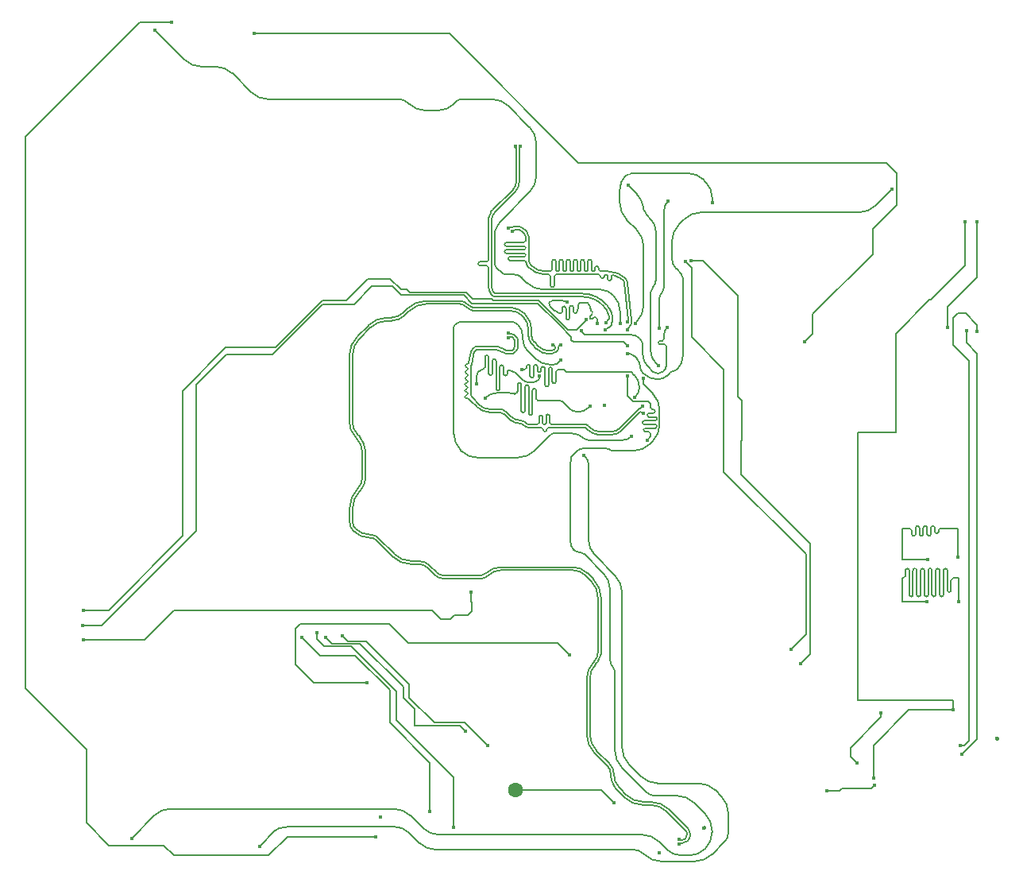
<source format=gbr>
G04*
G04 #@! TF.GenerationSoftware,Altium Limited,Altium Designer,24.2.2 (26)*
G04*
G04 Layer_Physical_Order=3*
G04 Layer_Color=16440176*
%FSLAX25Y25*%
%MOIN*%
G70*
G04*
G04 #@! TF.SameCoordinates,383E0004-DF84-4F77-A050-2B2E5B934949*
G04*
G04*
G04 #@! TF.FilePolarity,Positive*
G04*
G01*
G75*
%ADD15C,0.00500*%
%ADD16C,0.00600*%
%ADD175C,0.06299*%
%ADD184C,0.00500*%
%ADD185C,0.01500*%
%ADD190C,0.00550*%
%ADD210C,0.01600*%
%ADD212C,0.00550*%
D15*
X199378Y-180097D02*
G03*
X198628Y-179348I-750J0D01*
G01*
X199378Y-180269D02*
G03*
X200878Y-180269I750J0D01*
G01*
X201628Y-179348D02*
G03*
X200878Y-180097I0J-750D01*
G01*
X196843Y-178048D02*
G03*
X197593Y-177297I0J750D01*
G01*
X199093Y-174927D02*
G03*
X197593Y-174927I-750J0D01*
G01*
X199093Y-177315D02*
G03*
X200593Y-177315I750J0D01*
G01*
X202093Y-174562D02*
G03*
X200593Y-174562I-750J0D01*
G01*
X202093Y-177297D02*
G03*
X202843Y-178048I750J0D01*
G01*
X191750Y-177090D02*
G03*
X191743Y-177083I-1699J-1705D01*
G01*
X192106Y-177446D02*
G03*
X192112Y-177452I1445J1436D01*
G01*
X192632Y-177829D02*
G03*
X192917Y-177946I919J1818D01*
G01*
X191743Y-177083D02*
G03*
X190051Y-176388I-1693J-1711D01*
G01*
X185430Y-176143D02*
G03*
X190051Y-177688I4620J6136D01*
G01*
X192053Y-178992D02*
G03*
X192502Y-179178I1498J2982D01*
G01*
X193548Y-179348D02*
G03*
X193551Y-179348I3J501D01*
G01*
X191188Y-178366D02*
G03*
X191195Y-178374I2363J2356D01*
G01*
X190830Y-178009D02*
G03*
X190051Y-177688I-780J-786D01*
G01*
X182908Y-173727D02*
G03*
X180865Y-172897I-2043J-2099D01*
G01*
X185539Y-174519D02*
G03*
X190051Y-176388I4512J4512D01*
G01*
X240393Y-172857D02*
G03*
X240260Y-172802I-132J-132D01*
G01*
D02*
G03*
X240128Y-172857I0J-187D01*
G01*
X186962Y-146474D02*
G03*
X187549Y-145069I-1409J1414D01*
G01*
X240393Y-172857D02*
G03*
X240755Y-173007I362J362D01*
G01*
X241506Y-173217D02*
G03*
X240998Y-173007I-508J-508D01*
G01*
X185626Y-141446D02*
G03*
X185143Y-141646I0J-683D01*
G01*
X184660Y-141846D02*
G03*
X185143Y-141646I0J683D01*
G01*
X186961Y-146475D02*
G03*
X186962Y-146474I-1408J1414D01*
G01*
X186243Y-147193D02*
G03*
X186241Y-147195I914J-925D01*
G01*
X227947Y-182402D02*
G03*
X232447Y-180538I0J6364D01*
G01*
X217912Y-180179D02*
G03*
X222193Y-182322I5389J5419D01*
G01*
X217906Y-180173D02*
G03*
X217478Y-179812I-2219J-2196D01*
G01*
X223294Y-182402D02*
G03*
X223300Y-182402I7J1445D01*
G01*
X222743Y-182402D02*
X222742Y-182402D01*
X216297Y-179351D02*
G03*
X215935Y-179348I-329J-13837D01*
G01*
X216462Y-179356D02*
G03*
X216429Y-179355I-494J-13832D01*
G01*
X182475Y-146297D02*
G03*
X180307Y-145399I-2168J-2168D01*
G01*
X183952Y-147116D02*
G03*
X184643Y-147195I691J2987D01*
G01*
X182475Y-146297D02*
G03*
X183952Y-147116I2168J2168D01*
G01*
X171477Y-145399D02*
G03*
X170932Y-145473I0J-2047D01*
G01*
D02*
G03*
X170359Y-145809I349J-1252D01*
G01*
X169789Y-146379D02*
G03*
X169782Y-146385I2415J-2429D01*
G01*
D02*
G03*
X169176Y-147207I2422J-2422D01*
G01*
X169782Y-146385D02*
G03*
X168779Y-148807I2422J-2422D01*
G01*
X167421Y-152822D02*
G03*
X168057Y-152304I0J650D01*
G01*
X167207Y-158022D02*
G03*
X167207Y-156722I0J650D01*
G01*
Y-155422D02*
G03*
X167207Y-154122I0J650D01*
G01*
Y-163222D02*
G03*
X167207Y-161922I0J650D01*
G01*
Y-160622D02*
G03*
X167207Y-159322I0J650D01*
G01*
X167207Y-165822D02*
G03*
X167207Y-164522I0J650D01*
G01*
X171741Y-170833D02*
G03*
X176722Y-172897I4982J4982D01*
G01*
X168488Y-167580D02*
G03*
X167383Y-167122I-1105J-1105D01*
G01*
X167206Y-155422D02*
G03*
X167206Y-156722I0J-650D01*
G01*
Y-152822D02*
G03*
X167206Y-154122I0J-650D01*
G01*
X167092Y-158022D02*
G03*
X167092Y-159322I0J-650D01*
G01*
X166992Y-163222D02*
G03*
X166992Y-164522I0J-650D01*
G01*
Y-160622D02*
G03*
X166992Y-161922I0J-650D01*
G01*
Y-165822D02*
G03*
X166992Y-167122I0J-650D01*
G01*
X241173Y-170400D02*
G03*
X240665Y-170611I0J-719D01*
G01*
X239893Y-171318D02*
G03*
X240003Y-171272I0J156D01*
G01*
X239893Y-171318D02*
G03*
X239783Y-171364I0J-156D01*
G01*
X188849Y-142698D02*
G03*
X188474Y-141792I-1281J0D01*
G01*
X187884Y-147391D02*
G03*
X188849Y-145060I-2330J2330D01*
G01*
X187204Y-140523D02*
G03*
X186295Y-140146I-910J-910D01*
G01*
X186246Y-148495D02*
G03*
X187156Y-148118I0J1288D01*
G01*
X216480Y-178048D02*
X216481Y-178048D01*
X227947Y-181102D02*
G03*
X231532Y-179615I0J5064D01*
G01*
X218819Y-179248D02*
G03*
X218233Y-178753I-3132J-3121D01*
G01*
X218819Y-179248D02*
G03*
X223281Y-181102I4481J4488D01*
G01*
X185143Y-139946D02*
G03*
X184660Y-139746I-483J-483D01*
G01*
X185143Y-139946D02*
G03*
X185626Y-140146I483J483D01*
G01*
X171477Y-146699D02*
G03*
X171281Y-146725I0J-747D01*
G01*
X184039Y-148494D02*
G03*
X184104Y-148495I65J3065D01*
G01*
X184036Y-148494D02*
G03*
X184039Y-148494I68J3065D01*
G01*
X181936Y-147597D02*
G03*
X179768Y-146699I-2168J-2168D01*
G01*
X170706Y-147300D02*
G03*
X170303Y-147859I1498J-1507D01*
G01*
X181936Y-147597D02*
G03*
X184036Y-148494I2168J2168D01*
G01*
X183855Y-172835D02*
G03*
X180865Y-171597I-2991J-2991D01*
G01*
X172657Y-169911D02*
G03*
X176727Y-171597I4070J4070D01*
G01*
X169157Y-165763D02*
G03*
X169614Y-166868I1562J0D01*
G01*
X169160Y-128672D02*
G03*
X169608Y-128913I1057J1429D01*
G01*
X164438Y-126229D02*
G03*
X164437Y-126229I-5J-1300D01*
G01*
X164649Y-126247D02*
G03*
X164438Y-126229I-216J-1282D01*
G01*
X166782Y-126900D02*
G03*
X166535Y-126757I-771J-1047D01*
G01*
D02*
G03*
X165091Y-126323I-2530J-5798D01*
G01*
X185654Y-128987D02*
G03*
X185655Y-128987I58J497D01*
G01*
X191658Y-131677D02*
G03*
X186176Y-129047I-6543J-6612D01*
G01*
X194496Y-138459D02*
G03*
X191715Y-131733I-9523J0D01*
G01*
X191699Y-131716D02*
G03*
X191666Y-131684I-3299J-3280D01*
G01*
X168378Y-129710D02*
G03*
X169764Y-130287I1838J2467D01*
G01*
X190774Y-132630D02*
G03*
X185115Y-130287I-5659J-5659D01*
G01*
X119456Y-219212D02*
G03*
X120484Y-221691I3502J0D01*
G01*
D02*
G03*
X126753Y-224296I6283J6273D01*
G01*
X130140Y-225647D02*
G03*
X126882Y-224296I-3263J-3263D01*
G01*
X122311Y-206035D02*
G03*
X119456Y-212901I6829J-6865D01*
G01*
X122687Y-205659D02*
G03*
X122685Y-205661I395J-307D01*
G01*
X123010Y-205243D02*
G03*
X124777Y-200975I-6831J5327D01*
G01*
X124793Y-189254D02*
G03*
X122244Y-183100I-11251J-1054D01*
G01*
X121913Y-182699D02*
G03*
X121915Y-182701I387J316D01*
G01*
X119329Y-177236D02*
G03*
X121369Y-182155I6952J0D01*
G01*
X121536Y-182322D02*
G03*
X121529Y-182315I-7994J-7987D01*
G01*
X122259Y-142056D02*
G03*
X119329Y-149120I7053J-7064D01*
G01*
X133885Y-134565D02*
G03*
X126819Y-137496I0J-9983D01*
G01*
X135603Y-133265D02*
G03*
X140629Y-131180I0J7103D01*
G01*
X166012Y-127947D02*
G03*
X164870Y-127604I-2007J-4608D01*
G01*
X150254Y-127529D02*
G03*
X143212Y-130437I0J-9983D01*
G01*
D02*
G03*
X143204Y-130445I9897J-9940D01*
G01*
X205333Y-147109D02*
G03*
X205711Y-146196I-913J913D01*
G01*
X202718Y-148495D02*
G03*
X204816Y-147626I0J2968D01*
G01*
X193196Y-138478D02*
G03*
X190774Y-132630I-8270J0D01*
G01*
X196477Y-146271D02*
G03*
X201845Y-148495I5368J5368D01*
G01*
X193196Y-140925D02*
G03*
X194657Y-144451I4986J0D01*
G01*
X261080Y-349735D02*
G03*
X260131Y-347443I-3241J0D01*
G01*
X259942Y-352750D02*
G03*
X261080Y-350004I-2746J2746D01*
G01*
X257843Y-353627D02*
G03*
X259929Y-352763I0J2950D01*
G01*
X257247Y-353627D02*
G03*
X256764Y-353827I0J-683D01*
G01*
X252323Y-339636D02*
G03*
X244357Y-336336I-7965J-7965D01*
G01*
X256281Y-354027D02*
G03*
X256764Y-353827I0J683D01*
G01*
X222194Y-277747D02*
G03*
X223555Y-274463I-5848J4346D01*
G01*
X223633Y-250779D02*
G03*
X220333Y-242813I-11265J0D01*
G01*
X234197Y-333407D02*
G03*
X241268Y-336336I7071J7071D01*
G01*
X228927Y-324392D02*
G03*
X227287Y-320433I-5599J0D01*
G01*
X228927Y-324392D02*
G03*
X231575Y-330785I9042J0D01*
G01*
X217976Y-240456D02*
G03*
X211790Y-237894I-6186J-6186D01*
G01*
X221880Y-278170D02*
G03*
X221879Y-278172I400J-299D01*
G01*
X221881Y-278170D02*
G03*
X221880Y-278170I400J-300D01*
G01*
X218907Y-307911D02*
G03*
X221836Y-314982I10000J0D01*
G01*
X221503Y-278548D02*
G03*
X218907Y-284794I6213J-6246D01*
G01*
X135603Y-134565D02*
G03*
X141545Y-132104I0J8403D01*
G01*
X136909Y-232417D02*
G03*
X143981Y-235346I7071J7071D01*
G01*
X151704Y-237248D02*
G03*
X147111Y-235346I-4592J-4592D01*
G01*
X154591Y-240136D02*
G03*
X157717Y-241430I3126J3126D01*
G01*
X173044D02*
G03*
X175263Y-240511I0J3138D01*
G01*
X181577Y-237894D02*
G03*
X175266Y-240508I0J-8925D01*
G01*
X202711Y-147195D02*
G03*
X203901Y-146702I0J1683D01*
G01*
X194496Y-140918D02*
G03*
X195580Y-143536I3702J0D01*
G01*
X197392Y-145348D02*
G03*
X201852Y-147195I4459J4459D01*
G01*
X259780Y-349735D02*
G03*
X259218Y-348370I-1941J0D01*
G01*
X251408Y-340559D02*
G03*
X244356Y-337636I-7050J-7042D01*
G01*
X259018Y-351835D02*
G03*
X259780Y-349999I-1823J1832D01*
G01*
X257843Y-352327D02*
G03*
X259014Y-351840I0J1650D01*
G01*
X256990Y-352277D02*
G03*
X257247Y-352327I258J632D01*
G01*
X227627Y-324392D02*
G03*
X229003Y-329547I10341J0D01*
G01*
X227627Y-324392D02*
G03*
X226364Y-321348I-4299J0D01*
G01*
X233281Y-334330D02*
G03*
X241263Y-337636I7982J7982D01*
G01*
X229131Y-329769D02*
G03*
X230266Y-331315I5617J2935D01*
G01*
X222333Y-250779D02*
G03*
X219420Y-243739I-9965J0D01*
G01*
X220579Y-277634D02*
G03*
X222333Y-273400I-4233J4233D01*
G01*
X217063Y-241382D02*
G03*
X211790Y-239194I-5274J-5260D01*
G01*
X217607Y-307915D02*
G03*
X220913Y-315898I11289J0D01*
G01*
X220568Y-277645D02*
G03*
X217607Y-284794I7149J-7149D01*
G01*
X150254Y-126229D02*
G03*
X142276Y-129534I0J-11283D01*
G01*
X133885Y-133265D02*
G03*
X125907Y-136569I0J-11283D01*
G01*
X121334Y-141142D02*
G03*
X118029Y-149120I7978J-7978D01*
G01*
Y-177236D02*
G03*
X120446Y-183071I8252J0D01*
G01*
X123542Y-190308D02*
G03*
X120613Y-183238I-10000J0D01*
G01*
X121385Y-205122D02*
G03*
X123542Y-199916I-5206J5206D01*
G01*
X121373Y-205134D02*
G03*
X118156Y-212901I7767J-7767D01*
G01*
Y-219212D02*
G03*
X119563Y-222608I4802J0D01*
G01*
X119570Y-222615D02*
G03*
X126767Y-225596I7197J7197D01*
G01*
X129228Y-226574D02*
G03*
X126867Y-225596I-2362J-2362D01*
G01*
X135994Y-233339D02*
G03*
X143976Y-236646I7982J7982D01*
G01*
X150795Y-238178D02*
G03*
X147096Y-236646I-3699J-3699D01*
G01*
X153678Y-241061D02*
G03*
X157709Y-242730I4031J4031D01*
G01*
X173048D02*
G03*
X176179Y-241434I0J4427D01*
G01*
X181582Y-239194D02*
G03*
X176182Y-241430I0J-7637D01*
G01*
X231868Y-116774D02*
G03*
X231618Y-116606I-5079J-7271D01*
G01*
X228776Y-115409D02*
G03*
X227939Y-116154I-87J-745D01*
G01*
X226439Y-116961D02*
G03*
X227939Y-116961I750J0D01*
G01*
X226439Y-115926D02*
G03*
X224939Y-115926I-750J0D01*
G01*
X223439Y-116014D02*
G03*
X224939Y-116014I750J0D01*
G01*
X223439Y-115926D02*
G03*
X222689Y-115176I-750J0D01*
G01*
X204689D02*
G03*
X203939Y-115926I0J-750D01*
G01*
X202439Y-119746D02*
G03*
X203939Y-119746I750J0D01*
G01*
X202439Y-115926D02*
G03*
X201689Y-115176I-750J0D01*
G01*
X199564Y-115134D02*
G03*
X199814Y-115153I945J10414D01*
G01*
X192850Y-111822D02*
G03*
X193074Y-112072I3010J2471D01*
G01*
X192111Y-109757D02*
G03*
X191405Y-109260I-706J-253D01*
G01*
X185468Y-107760D02*
G03*
X185468Y-109260I0J-750D01*
G01*
X191216Y-107760D02*
G03*
X191216Y-106260I0J750D01*
G01*
X183906Y-104760D02*
G03*
X183906Y-106260I0J-750D01*
G01*
X191216Y-104760D02*
G03*
X191216Y-103260I0J750D01*
G01*
X183906Y-101760D02*
G03*
X183906Y-103260I0J-750D01*
G01*
X191216Y-101760D02*
G03*
X191965Y-101010I0J750D01*
G01*
Y-99260D02*
G03*
X191452Y-98021I-1752J0D01*
G01*
X232985Y-117700D02*
G03*
X231868Y-116774I-6196J-6346D01*
G01*
X233512Y-118736D02*
G03*
X233065Y-117778I-1557J-143D01*
G01*
X193074Y-112072D02*
G03*
X193106Y-112105I2786J2721D01*
G01*
X193115Y-112114D02*
G03*
X193209Y-112206I7394J7394D01*
G01*
X193209Y-112206D02*
G03*
X199564Y-115134I7300J7487D01*
G01*
X175620Y-109871D02*
G03*
X176370Y-109122I0J750D01*
G01*
X172871Y-109871D02*
G03*
X172871Y-111372I0J-750D01*
G01*
X176370Y-112121D02*
G03*
X175620Y-111372I-750J0D01*
G01*
X176370Y-92511D02*
G03*
X176370Y-92522I6313J-11D01*
G01*
X176370Y-91984D02*
G03*
X176370Y-91983I-493J85D01*
G01*
X177532Y-88873D02*
G03*
X176461Y-91456I5151J-3650D01*
G01*
X176392Y-120555D02*
G03*
X177367Y-123284I5706J499D01*
G01*
X178048Y-124106D02*
G03*
X178055Y-124113I4050J4050D01*
G01*
X177367Y-123284D02*
G03*
X178048Y-124106I4731J3228D01*
G01*
X176776Y-122174D02*
G03*
X177367Y-123284I5321J2118D01*
G01*
X178961Y-124488D02*
G03*
X178963Y-124488I7J1300D01*
G01*
X178055Y-124113D02*
G03*
X178961Y-124488I913J925D01*
G01*
X224789Y-128543D02*
G03*
X224788Y-128542I-382J-322D01*
G01*
X224788Y-128542D02*
G03*
X215910Y-124488I-8894J-7731D01*
G01*
X176370Y-120050D02*
G03*
X176370Y-120062I5727J-6D01*
G01*
X177838Y-88440D02*
G03*
X177838Y-88439I-408J289D01*
G01*
X179138Y-88977D02*
G03*
X177670Y-92522I3545J-3545D01*
G01*
Y-120056D02*
G03*
X178969Y-123188I4427J-0D01*
G01*
X187833Y-61848D02*
G03*
X187622Y-61340I-719J0D01*
G01*
X227196Y-133386D02*
G03*
X227206Y-133284I-490J101D01*
G01*
X227206Y-133256D02*
G03*
X225905Y-129878I-7175J-825D01*
G01*
X187833Y-61901D02*
G03*
X188022Y-62358I647J0D01*
G01*
X186655Y-79622D02*
G03*
X188022Y-76322I-3300J3300D01*
G01*
X226920Y-129064D02*
G03*
X226871Y-129001I-1049J-768D01*
G01*
X228488Y-133027D02*
G03*
X226920Y-129064I-8457J-1053D01*
G01*
X187583Y-80533D02*
G03*
X189322Y-76333I-4200J4200D01*
G01*
X225905Y-127848D02*
G03*
X215894Y-123188I-10011J-8425D01*
G01*
X189322Y-62358D02*
G03*
X189512Y-61901I-458J458D01*
G01*
X189722Y-61340D02*
G03*
X189512Y-61848I508J-508D01*
G01*
X188119Y-96224D02*
G03*
X187002Y-96688I0J-1581D01*
G01*
X186241Y-97151D02*
G03*
X186749Y-96940I0J719D01*
G01*
X185048Y-95545D02*
G03*
X184756Y-95666I0J-413D01*
G01*
X222588Y-113126D02*
G03*
X223338Y-113876I750J0D01*
G01*
X222588Y-112483D02*
G03*
X221088Y-112483I-750J0D01*
G01*
X219588Y-113126D02*
G03*
X221088Y-113126I750J0D01*
G01*
X219588Y-109621D02*
G03*
X218088Y-109621I-750J0D01*
G01*
X216588Y-113126D02*
G03*
X218088Y-113126I750J0D01*
G01*
X216588Y-109667D02*
G03*
X215088Y-109667I-750J0D01*
G01*
X213588Y-113126D02*
G03*
X215088Y-113126I750J0D01*
G01*
X213588Y-109621D02*
G03*
X212088Y-109621I-750J0D01*
G01*
X210588Y-113126D02*
G03*
X212088Y-113126I750J0D01*
G01*
X210588Y-109621D02*
G03*
X209088Y-109621I-750J0D01*
G01*
X207588Y-113126D02*
G03*
X209088Y-113126I750J0D01*
G01*
X207588Y-109621D02*
G03*
X206088Y-109621I-750J0D01*
G01*
X204588Y-113126D02*
G03*
X206088Y-113126I750J0D01*
G01*
X204588Y-109621D02*
G03*
X203088Y-109621I-750J0D01*
G01*
X202338Y-113876D02*
G03*
X203088Y-113126I0J750D01*
G01*
X234805Y-118605D02*
G03*
X233983Y-116858I-2850J-275D01*
G01*
X233971Y-116846D02*
G03*
X226801Y-113876I-7170J-7170D01*
G01*
X194031Y-111191D02*
G03*
X200514Y-113876I6483J6483D01*
G01*
X185867Y-95545D02*
G03*
X186616Y-95235I0J1059D01*
G01*
X187365Y-94924D02*
G03*
X186616Y-95235I0J-1059D01*
G01*
X191617Y-96346D02*
G03*
X188184Y-94924I-3433J-3433D01*
G01*
X193265Y-99253D02*
G03*
X192376Y-97106I-3037J0D01*
G01*
X194030Y-111190D02*
G03*
X194031Y-111191I1850J1847D01*
G01*
X193265Y-109343D02*
G03*
X194030Y-111190I2614J0D01*
G01*
X190706Y-97274D02*
G03*
X188172Y-96224I-2533J-2533D01*
G01*
X197030Y-179348D02*
X198628D01*
X199378Y-180269D02*
Y-180097D01*
X200878Y-180269D02*
Y-180097D01*
X201628Y-179348D02*
X207878D01*
X195757Y-178048D02*
X196843D01*
X197593Y-177297D02*
Y-174927D01*
X199093Y-177315D02*
Y-174927D01*
X200593Y-177315D02*
Y-174562D01*
X202093Y-177297D02*
Y-174562D01*
X202843Y-178048D02*
X204593D01*
X191750Y-177090D02*
X192106Y-177446D01*
X192112Y-177452D02*
X192343Y-177683D01*
X195757Y-178048D02*
X196300D01*
X192917Y-177946D02*
X193222Y-178048D01*
X192343Y-177683D02*
X192632Y-177829D01*
X193222Y-178048D02*
X195757D01*
X193013Y-179348D02*
X193548D01*
X192502Y-179178D02*
X193013Y-179348D01*
X191195Y-178374D02*
X191572Y-178751D01*
X182908Y-173727D02*
X182921Y-173740D01*
X185000Y-175819D02*
X185430Y-176143D01*
X182968Y-173787D02*
X185000Y-175819D01*
X182921Y-173740D02*
X182968Y-173787D01*
X190830Y-178009D02*
X191188Y-178366D01*
X191572Y-178751D02*
X192053Y-178992D01*
X193551Y-179348D02*
X197030D01*
X197829D01*
X183855Y-172835D02*
X185539Y-174519D01*
X187549Y-145069D02*
Y-145069D01*
X240755Y-173007D02*
X240998D01*
X185626Y-141446D02*
X186289D01*
X187549Y-142706D01*
X184646Y-141846D02*
X184660D01*
X187549Y-145069D02*
Y-142706D01*
X186961Y-146475D02*
X186962Y-146474D01*
X186243Y-147193D02*
X186961Y-146475D01*
X184643Y-147195D02*
X186241D01*
X232447Y-180538D02*
X240128Y-172857D01*
X217906Y-180173D02*
X217912Y-180179D01*
X216919Y-179416D02*
X217478Y-179812D01*
X216919Y-179416D02*
X216919Y-179416D01*
X223300Y-182402D02*
X227947D01*
X222867Y-182402D02*
X223294Y-182402D01*
X222193Y-182322D02*
X222742Y-182402D01*
X222743D02*
X222867Y-182402D01*
X207878Y-179348D02*
X215935D01*
X216297Y-179351D02*
X216429Y-179355D01*
X216462Y-179356D02*
X216919Y-179416D01*
X216462Y-179356D02*
X216462D01*
X171477Y-145399D02*
X180307D01*
X169790Y-146378D02*
X170359Y-145809D01*
X169789Y-146379D02*
X169790Y-146378D01*
X168057Y-152304D02*
X168779Y-148807D01*
X167206Y-152822D02*
X167421D01*
X167206Y-154122D02*
X167207D01*
X166992Y-163222D02*
X167207D01*
X166992Y-161922D02*
X167207D01*
X176722Y-172897D02*
X180865D01*
X166992Y-167122D02*
X167383D01*
X168488Y-167580D02*
X171741Y-170833D01*
X167206Y-156722D02*
X167207D01*
X167206Y-155422D02*
X167207D01*
X167092Y-159322D02*
X167207D01*
X167092Y-158022D02*
X167207D01*
X166992Y-160622D02*
X167207D01*
X166992Y-164522D02*
X167207D01*
X166992Y-165822D02*
X167207D01*
X240003Y-171272D02*
X240665Y-170611D01*
X188849Y-145060D02*
Y-142698D01*
X187204Y-140523D02*
X188474Y-141792D01*
X187156Y-148118D02*
X187884Y-147391D01*
X217408Y-178169D02*
X218233Y-178753D01*
X216481Y-178048D02*
X217408Y-178169D01*
X231537Y-179610D02*
X239783Y-171364D01*
X216480Y-178048D02*
X216480D01*
X214564Y-178048D02*
X216480Y-178048D01*
X231532Y-179615D02*
X231537Y-179610D01*
X223281Y-181102D02*
X227947D01*
X204593Y-178048D02*
X214564D01*
X184646Y-139746D02*
X184660D01*
X185626Y-140146D02*
X186295D01*
X171477Y-146699D02*
X179768D01*
X170706Y-147300D02*
X171281Y-146725D01*
X184104Y-148495D02*
X186246D01*
X176727Y-171597D02*
X180865D01*
X169614Y-166868D02*
X172657Y-169911D01*
X170106Y-148792D02*
X170303Y-147859D01*
Y-147859D01*
X170079Y-148940D02*
X170106Y-148792D01*
X170070Y-148984D02*
X170079Y-148940D01*
X169357Y-152993D02*
X170070Y-148984D01*
X169357Y-152993D02*
X169357Y-152993D01*
X169157Y-153194D02*
X169357Y-152993D01*
X169157Y-165763D02*
Y-153194D01*
X169608Y-128913D02*
X169873Y-128987D01*
X166782Y-126900D02*
X169160Y-128672D01*
X159980Y-126229D02*
X162476Y-126229D01*
X164437Y-126229D02*
X164438D01*
X162476Y-126229D02*
X164437Y-126229D01*
X164649Y-126247D02*
X165091Y-126323D01*
X169873Y-128987D02*
X170179D01*
X185654Y-128987D01*
X150254Y-126229D02*
X159980D01*
X185655Y-128987D02*
X186176Y-129047D01*
X191658Y-131677D02*
X191666Y-131684D01*
X191699Y-131716D02*
X191715Y-131733D01*
X169764Y-130287D02*
X185115D01*
X119456Y-219212D02*
Y-212901D01*
X126753Y-224296D02*
X126882Y-224296D01*
X122687Y-205659D02*
X123010Y-205243D01*
X124777Y-200975D02*
X124842Y-200454D01*
X124842Y-200454D02*
X124842Y-199921D01*
X122311Y-206035D02*
X122685Y-205661D01*
X124842Y-199921D02*
Y-189770D01*
X124793Y-189254D02*
X124842Y-189770D01*
X121915Y-182701D02*
X122244Y-183100D01*
X121536Y-182322D02*
X121913Y-182699D01*
X121369Y-182155D02*
X121529Y-182315D01*
X119329Y-177236D02*
Y-149120D01*
X122259Y-142056D02*
X122262Y-142053D01*
X126819Y-137496D01*
X133885Y-134565D02*
X135603D01*
X133885Y-133265D02*
X135603D01*
X140634Y-131175D02*
X142276Y-129534D01*
X140629Y-131180D02*
X140634Y-131175D01*
X164433Y-127529D02*
X164870Y-127604D01*
X150254Y-127529D02*
X164280Y-127529D01*
X166059Y-127982D02*
X168378Y-129710D01*
X166012Y-127947D02*
X166059Y-127982D01*
X164280Y-127529D02*
X164433Y-127529D01*
X143188Y-130461D02*
X143204Y-130445D01*
X141545Y-132104D02*
X143188Y-130461D01*
X204816Y-147626D02*
X205333Y-147109D01*
X193196Y-140925D02*
Y-138478D01*
X201845Y-148495D02*
X202718D01*
X261080Y-350004D02*
Y-349735D01*
X259929Y-352763D02*
X259942Y-352750D01*
X252323Y-339636D02*
X260131Y-347443D01*
X257247Y-353627D02*
X257843D01*
X256266Y-354027D02*
X256281D01*
X223633Y-273939D02*
Y-250779D01*
X221836Y-314982D02*
X227287Y-320433D01*
X231575Y-330785D02*
X234197Y-333407D01*
X241268Y-336336D02*
X244357D01*
X217976Y-240456D02*
X220333Y-242813D01*
X222194Y-277747D02*
X222194Y-277747D01*
X221881Y-278170D02*
X222194Y-277747D01*
X221880Y-278170D02*
X221881Y-278170D01*
X182855Y-237894D02*
X211790D01*
X221503Y-278548D02*
X221879Y-278172D01*
X218907Y-307911D02*
Y-284794D01*
X130140Y-225647D02*
X136909Y-232417D01*
X143981Y-235346D02*
X147111D01*
X151704Y-237248D02*
X154591Y-240136D01*
X157717Y-241430D02*
X173044D01*
X175263Y-240511D02*
X175266Y-240508D01*
X181577Y-237894D02*
X182855D01*
X203901Y-146702D02*
X204411Y-146192D01*
X201852Y-147195D02*
X202711D01*
X194496Y-140918D02*
Y-138459D01*
X195580Y-143536D02*
X197392Y-145348D01*
X259213Y-348365D02*
X259218Y-348370D01*
X244350Y-337636D02*
X244356Y-337636D01*
X251408Y-340559D02*
X251411Y-340563D01*
X259014Y-351840D02*
X259018Y-351835D01*
X257843Y-352327D02*
X257843D01*
X257247D02*
X257843D01*
X229003Y-329547D02*
X229131Y-329769D01*
X226356Y-321341D02*
X226364Y-321348D01*
X241263Y-337636D02*
X244350D01*
X229131Y-329769D02*
X229131Y-329769D01*
X222333Y-273400D02*
Y-250779D01*
X220568Y-277645D02*
X220579Y-277634D01*
X220913Y-315898D02*
X223275Y-318259D01*
X217607Y-307915D02*
Y-284794D01*
X118029Y-177236D02*
Y-149120D01*
X120446Y-183071D02*
X120613Y-183238D01*
X123542Y-199916D02*
Y-190308D01*
X121373Y-205134D02*
X121385Y-205122D01*
X118156Y-219212D02*
Y-212901D01*
X119563Y-222608D02*
X119570Y-222615D01*
X126767Y-225596D02*
X126867D01*
X143976Y-236646D02*
X147096D01*
X157709Y-242730D02*
X173048D01*
X176179Y-241434D02*
X176182Y-241430D01*
X181582Y-239194D02*
X211790D01*
X205711Y-145537D02*
X206653Y-144595D01*
X205711Y-146196D02*
Y-145537D01*
X194657Y-144451D02*
X196477Y-146271D01*
X223555Y-274463D02*
X223633Y-273939D01*
X203469Y-144595D02*
X204411Y-145537D01*
Y-146192D02*
Y-145537D01*
X251411Y-340563D02*
X259213Y-348365D01*
X259780Y-349999D02*
X259780Y-349735D01*
X256266Y-351927D02*
X256990Y-352277D01*
X223275Y-318259D02*
X226356Y-321341D01*
X230266Y-331315D02*
X233281Y-334330D01*
X217063Y-241382D02*
X219420Y-243739D01*
X121334Y-141142D02*
X125907Y-136569D01*
X129228Y-226574D02*
X135994Y-233339D01*
X150795Y-238178D02*
X153678Y-241061D01*
X228834Y-115415D02*
X231618Y-116606D01*
X228834Y-115415D02*
X228834Y-115415D01*
X228776Y-115409D02*
X228834Y-115415D01*
X228776Y-115409D02*
X228776Y-115409D01*
X227939Y-116961D02*
Y-116154D01*
X226439Y-116961D02*
Y-115926D01*
X224939Y-116014D02*
Y-115926D01*
X223439Y-116014D02*
Y-115926D01*
X204689Y-115176D02*
X222689D01*
X203939Y-119746D02*
Y-115926D01*
X202439Y-119746D02*
Y-115926D01*
X200509Y-115176D02*
X201689D01*
X200509Y-115176D02*
X200509Y-115176D01*
X199814Y-115153D02*
X200509Y-115176D01*
X199564Y-115134D02*
Y-115134D01*
X192111Y-109757D02*
X192850Y-111822D01*
X192111Y-109757D02*
X192111Y-109757D01*
X185468Y-109260D02*
X191405D01*
X185468Y-107760D02*
X191216D01*
X183906Y-106260D02*
X191216D01*
X183906Y-104760D02*
X191216D01*
X183906Y-103260D02*
X191216D01*
X183906Y-101760D02*
X191216D01*
X191965Y-101010D02*
Y-99260D01*
X232985Y-117700D02*
X233065Y-117778D01*
X193106Y-112105D02*
X193106D01*
X193115Y-112114D01*
X236333Y-135730D02*
Y-134446D01*
X234805Y-118605D02*
X236333Y-134446D01*
X234659Y-138296D02*
X236333Y-135730D01*
X176370Y-120050D02*
Y-112372D01*
Y-109122D02*
Y-105699D01*
X172871Y-109871D02*
X175620D01*
X172871Y-111372D02*
X175620D01*
X176370Y-112372D02*
Y-112121D01*
Y-105699D02*
Y-105510D01*
Y-92522D02*
X176370Y-105510D01*
X176370Y-105510D02*
X176370Y-105510D01*
X176370Y-91983D02*
X176461Y-91456D01*
X177532Y-88873D02*
X177838Y-88440D01*
X176370Y-92511D02*
Y-91984D01*
X178963Y-124488D02*
X215910D01*
X176370Y-120306D02*
Y-120062D01*
Y-120306D02*
X176392Y-120555D01*
X224789Y-128543D02*
X225216Y-129049D01*
X225856Y-129814D01*
X177838Y-88439D02*
X178217Y-88061D01*
X177670Y-120056D02*
Y-92522D01*
X227206Y-133284D02*
Y-133256D01*
X227195Y-133387D02*
X227196Y-133386D01*
X227101Y-133841D02*
X227195Y-133387D01*
X226849Y-134093D02*
X227101Y-133841D01*
X225603Y-135255D02*
X226849Y-134093D01*
X188022Y-76322D02*
Y-62358D01*
X187833Y-61901D02*
Y-61848D01*
X225856Y-129814D02*
X225905Y-129878D01*
X225905Y-129878D01*
X178217Y-88061D02*
X186655Y-79622D01*
X179138Y-88977D02*
X181362Y-86754D01*
X225399Y-138502D02*
X225755Y-138074D01*
Y-137946D01*
X226048Y-137653D01*
X226918Y-137489D01*
X227973Y-136435D01*
X228506Y-133915D01*
X225905Y-127848D02*
X226871Y-129001D01*
X228506Y-133915D02*
Y-133172D01*
X228488Y-133027D02*
X228506Y-133172D01*
X178969Y-123188D02*
X215894D01*
X181362Y-86754D02*
X187583Y-80533D01*
X189322Y-76333D02*
Y-62358D01*
X189512Y-61901D02*
Y-61848D01*
X186749Y-96940D02*
X187002Y-96688D01*
X185048Y-95545D02*
X185867D01*
X223338Y-113876D02*
X226048D01*
X222588Y-113126D02*
Y-112483D01*
X221088Y-113126D02*
Y-112483D01*
X219588Y-113126D02*
Y-109621D01*
X218088Y-113126D02*
Y-109621D01*
X216588Y-113126D02*
Y-109667D01*
X215088Y-113126D02*
Y-109667D01*
X213588Y-113126D02*
Y-109621D01*
X212088Y-113126D02*
Y-109621D01*
X210588Y-113126D02*
Y-109621D01*
X209088Y-113126D02*
Y-109621D01*
X207588Y-113126D02*
Y-109621D01*
X206088Y-113126D02*
Y-109621D01*
X204588Y-113126D02*
Y-109621D01*
X203088Y-113126D02*
Y-109621D01*
X202088Y-113876D02*
X202338D01*
X226048D02*
X226801D01*
X200514D02*
X202088D01*
X233971Y-116846D02*
X233983Y-116858D01*
X235033Y-134838D02*
Y-134509D01*
X233512Y-118736D02*
X235033Y-134509D01*
X234783Y-135088D02*
X235033Y-134838D01*
X187365Y-94924D02*
X188184D01*
X191617Y-96346D02*
X192376Y-97106D01*
X193265Y-109343D02*
Y-99253D01*
X188119Y-96224D02*
X188172D01*
X190706Y-97274D02*
X191452Y-98021D01*
D16*
X371350Y-242460D02*
G03*
X370550Y-243260I0J-800D01*
G01*
X368950Y-247569D02*
G03*
X370550Y-247569I800J0D01*
G01*
X368950Y-239274D02*
G03*
X367350Y-239274I-800J0D01*
G01*
X365750Y-249472D02*
G03*
X367350Y-249472I800J0D01*
G01*
X365750Y-239274D02*
G03*
X364150Y-239274I-800J0D01*
G01*
X362550Y-249472D02*
G03*
X364150Y-249472I800J0D01*
G01*
X362550Y-239274D02*
G03*
X360950Y-239274I-800J0D01*
G01*
X359350Y-249472D02*
G03*
X360950Y-249472I800J0D01*
G01*
X359350Y-239274D02*
G03*
X357750Y-239274I-800J0D01*
G01*
X356150Y-249472D02*
G03*
X357750Y-249472I800J0D01*
G01*
X356150Y-239274D02*
G03*
X354550Y-239274I-800J0D01*
G01*
X352950Y-249472D02*
G03*
X354550Y-249472I800J0D01*
G01*
X352950Y-239274D02*
G03*
X351350Y-239274I-800J0D01*
G01*
X350550Y-242460D02*
G03*
X351350Y-241659I0J800D01*
G01*
X366078Y-221654D02*
G03*
X365278Y-222453I0J-800D01*
G01*
X363678Y-222924D02*
G03*
X365278Y-222924I800J0D01*
G01*
X363678Y-221453D02*
G03*
X362078Y-221453I-800J0D01*
G01*
X360478Y-223993D02*
G03*
X362078Y-223993I800J0D01*
G01*
X360478Y-221453D02*
G03*
X358878Y-221453I-800J0D01*
G01*
X357278Y-223993D02*
G03*
X358878Y-223993I800J0D01*
G01*
X357278Y-221453D02*
G03*
X355678Y-221453I-800J0D01*
G01*
X354078Y-223993D02*
G03*
X355678Y-223993I800J0D01*
G01*
X354078Y-222453D02*
G03*
X353278Y-221654I-800J0D01*
G01*
X371350Y-242460D02*
X372511D01*
X370550Y-247569D02*
Y-243260D01*
X368950Y-247569D02*
Y-239274D01*
X367350Y-249472D02*
Y-239274D01*
X365750Y-249472D02*
Y-239274D01*
X364150Y-249472D02*
Y-239274D01*
X362550Y-249472D02*
Y-239274D01*
X360950Y-249472D02*
Y-239274D01*
X359350Y-249472D02*
Y-239274D01*
X357750Y-249472D02*
Y-239274D01*
X356150Y-249472D02*
Y-239274D01*
X354550Y-249472D02*
Y-239274D01*
X352950Y-249472D02*
Y-239274D01*
X351350Y-241659D02*
Y-239274D01*
X350250Y-242460D02*
X350550D01*
X350060D02*
X350250D01*
X372511D02*
X373582D01*
Y-252489D02*
Y-242460D01*
X350060Y-252543D02*
Y-242460D01*
Y-252543D02*
X360379D01*
X366078Y-221654D02*
X371872D01*
X365278Y-222924D02*
Y-222453D01*
X363678Y-222924D02*
Y-221453D01*
X362078Y-223993D02*
Y-221453D01*
X360478Y-223993D02*
Y-221453D01*
X358878Y-223993D02*
Y-221453D01*
X357278Y-223993D02*
Y-221453D01*
X355678Y-223993D02*
Y-221453D01*
X354078Y-223993D02*
Y-222453D01*
X351378Y-221654D02*
X353278D01*
X371872D02*
X373312D01*
X349997D02*
X351378D01*
X373312Y-233877D02*
Y-221654D01*
X349997Y-234585D02*
Y-221654D01*
Y-234585D02*
X360710D01*
D175*
X187855Y-331319D02*
D03*
D184*
X222867Y-182402D02*
D03*
X216919Y-179416D02*
D03*
X169357Y-152993D02*
D03*
X124842Y-200454D02*
D03*
X166059Y-127982D02*
D03*
X257843Y-352327D02*
D03*
X229131Y-329769D02*
D03*
D185*
X266752Y-347308D02*
G03*
X266937Y-347232I0J261D01*
G01*
X389833Y-309653D02*
X389852Y-309672D01*
D190*
X196388Y-167371D02*
G03*
X197163Y-168146I775J0D01*
G01*
X196388Y-163847D02*
G03*
X194838Y-163847I-775J0D01*
G01*
X193288Y-173339D02*
G03*
X194838Y-173339I775J0D01*
G01*
X193288Y-162247D02*
G03*
X191738Y-162247I-775J0D01*
G01*
X190188Y-172297D02*
G03*
X191738Y-172297I775J0D01*
G01*
X190188Y-161447D02*
G03*
X188638Y-161447I-775J0D01*
G01*
X187475Y-165234D02*
G03*
X188638Y-163926I-160J1313D01*
G01*
X187475Y-165234D02*
G03*
X187200Y-165159I-2763J-9611D01*
G01*
X187200Y-165159D02*
G03*
X185607Y-164885I-2488J-9685D01*
G01*
X185316Y-155351D02*
G03*
X184245Y-156067I-297J-716D01*
G01*
X182694Y-156827D02*
G03*
X184245Y-156827I775J0D01*
G01*
X182694Y-153966D02*
G03*
X181144Y-153966I-775J0D01*
G01*
X179595Y-163020D02*
G03*
X181144Y-163020I775J0D01*
G01*
X179595Y-151421D02*
G03*
X178044Y-151421I-775J0D01*
G01*
X176495Y-156586D02*
G03*
X178044Y-156586I775J0D01*
G01*
X176495Y-149851D02*
G03*
X174944Y-149851I-775J0D01*
G01*
X174252Y-154834D02*
G03*
X174944Y-154064I-83J771D01*
G01*
X174170Y-154843D02*
G03*
X173895Y-154913I891J-4112D01*
G01*
X202524Y-182303D02*
G03*
X202523Y-182304I1230J-1232D01*
G01*
X203755Y-181794D02*
G03*
X202524Y-182303I0J-1741D01*
G01*
X188725Y-191960D02*
G03*
X195797Y-189031I0J10000D01*
G01*
X165091Y-189254D02*
G03*
X171624Y-191960I6533J6533D01*
G01*
X161865Y-181887D02*
G03*
X164794Y-188958I10000J0D01*
G01*
X176270Y-134953D02*
G03*
X176163Y-134942I-111J-539D01*
G01*
X176270Y-134953D02*
G03*
X176611Y-134987I327J1541D01*
G01*
X162242Y-136273D02*
G03*
X161865Y-137181I908J-908D01*
G01*
X165454Y-134942D02*
G03*
X162242Y-136273I0J-4544D01*
G01*
X179110Y-111120D02*
G03*
X179762Y-112323I2355J499D01*
G01*
X179057Y-110622D02*
G03*
X179110Y-111120I2407J0D01*
G01*
X179025Y-109787D02*
G03*
X179057Y-110622I10178J-23D01*
G01*
X182232Y-114793D02*
G03*
X184127Y-115176I1895J4493D01*
G01*
X192525Y-118592D02*
G03*
X199596Y-121521I7071J7071D01*
G01*
X190516Y-116582D02*
G03*
X187121Y-115176I-3394J-3394D01*
G01*
X228755Y-123866D02*
G03*
X223448Y-121521I-5308J-4833D01*
G01*
X182274Y-92020D02*
G03*
X179025Y-97060I10035J-10035D01*
G01*
X143032Y-43491D02*
G03*
X138458Y-41596I-4574J-4574D01*
G01*
X143163Y-43622D02*
G03*
X149712Y-46335I6549J6549D01*
G01*
X155404D02*
G03*
X161768Y-43699I0J9000D01*
G01*
X164721Y-41596D02*
G03*
X163269Y-42198I0J-2053D01*
G01*
X214549Y-126941D02*
G03*
X213904Y-128498I1557J-1557D01*
G01*
X214561Y-126930D02*
G03*
X214549Y-126941I82J-105D01*
G01*
X214643Y-126902D02*
G03*
X214561Y-126930I0J-134D01*
G01*
X213618Y-130638D02*
G03*
X213893Y-129613I-2738J1284D01*
G01*
X211994Y-130718D02*
G03*
X212769Y-131493I775J0D01*
G01*
X211994Y-129036D02*
G03*
X210444Y-129036I-775J0D01*
G01*
X208894Y-133310D02*
G03*
X210444Y-133310I775J0D01*
G01*
X208894Y-129276D02*
G03*
X207344Y-129276I-775J0D01*
G01*
X206480Y-131438D02*
G03*
X207344Y-130669I90J770D01*
G01*
X205907Y-131326D02*
G03*
X206182Y-131404I1040J3161D01*
G01*
X203021Y-126210D02*
G03*
X202088Y-126596I0J-1319D01*
G01*
X209338Y-126758D02*
G03*
X207857Y-126210I-1481J-1726D01*
G01*
X209465Y-126876D02*
G03*
X209338Y-126758I-1608J-1608D01*
G01*
X202088Y-126596D02*
G03*
X201805Y-127279I682J-682D01*
G01*
X222137Y-134509D02*
G03*
X222083Y-134174I-5546J-726D01*
G01*
X221729Y-133507D02*
G03*
X220496Y-133322I-685J-363D01*
G01*
X219037Y-133686D02*
G03*
X220133Y-133686I548J548D01*
G01*
X219037Y-132590D02*
G03*
X219037Y-133686I548J-548D01*
G01*
X219899Y-131728D02*
G03*
X219899Y-130632I-548J548D01*
G01*
X222184Y-135234D02*
G03*
X222137Y-134509I-5594J0D01*
G01*
X213893Y-129613D02*
G03*
X213904Y-129354I-3013J259D01*
G01*
X204593Y-130518D02*
G03*
X205907Y-131326I2353J2353D01*
G01*
X201805Y-127279D02*
G03*
X202442Y-128816I2174J0D01*
G01*
X203826Y-130201D02*
G03*
X204593Y-130518I767J767D01*
G01*
X250402Y-155035D02*
G03*
X250554Y-154761I-3495J2105D01*
G01*
X250987Y-145258D02*
G03*
X250212Y-144483I-775J0D01*
G01*
X248489Y-142933D02*
G03*
X248489Y-144483I0J-775D01*
G01*
X249364Y-142933D02*
G03*
X250139Y-142158I0J775D01*
G01*
X249792Y-155815D02*
G03*
X250402Y-155035I-2885J2885D01*
G01*
X251257Y-137546D02*
G03*
X250139Y-140246I2700J-2700D01*
G01*
X173895Y-154913D02*
G03*
X172085Y-155980I1166J-4043D01*
G01*
D02*
G03*
X171357Y-157739I1759J-1759D01*
G01*
X197392Y-159329D02*
G03*
X197769Y-158419I-911J911D01*
G01*
X194755Y-160422D02*
G03*
X197392Y-159329I0J3730D01*
G01*
X190843Y-159399D02*
G03*
X193314Y-160422I2471J2471D01*
G01*
X185607Y-164885D02*
G03*
X184712Y-164845I-895J-9960D01*
G01*
X206189Y-168165D02*
G03*
X206052Y-168146I-141J-532D01*
G01*
X244427Y-171050D02*
G03*
X245202Y-171825I775J0D01*
G01*
X245493Y-173375D02*
G03*
X245493Y-171825I0J775D01*
G01*
X243856Y-173375D02*
G03*
X243856Y-174925I0J-775D01*
G01*
X246385Y-176475D02*
G03*
X246385Y-174925I0J775D01*
G01*
X241783Y-176475D02*
G03*
X241783Y-178025I0J-775D01*
G01*
X246229Y-179575D02*
G03*
X246229Y-178025I0J775D01*
G01*
X242260Y-179575D02*
G03*
X242260Y-181125I0J-775D01*
G01*
X244427Y-181900D02*
G03*
X243652Y-181125I-775J0D01*
G01*
X205496Y-155205D02*
G03*
X204721Y-155980I0J-775D01*
G01*
X203171Y-160070D02*
G03*
X204721Y-160070I775J0D01*
G01*
X203171Y-154915D02*
G03*
X201621Y-154915I-775J0D01*
G01*
X200071Y-161407D02*
G03*
X201621Y-161407I775J0D01*
G01*
X200071Y-154606D02*
G03*
X198521Y-154606I-775J0D01*
G01*
X196971Y-155452D02*
G03*
X198521Y-155452I775J0D01*
G01*
X196971Y-153797D02*
G03*
X195421Y-153797I-775J0D01*
G01*
X193871Y-157662D02*
G03*
X195421Y-157662I775J0D01*
G01*
X193871Y-153797D02*
G03*
X192321Y-153797I-775J0D01*
G01*
X191546Y-155205D02*
G03*
X192321Y-154430I0J775D01*
G01*
X232456Y-184699D02*
G03*
X236434Y-183051I0J5624D01*
G01*
X216533Y-183952D02*
G03*
X218335Y-184699I1802J1802D01*
G01*
X216533Y-183952D02*
G03*
X211323Y-181794I-5209J-5209D01*
G01*
X227098Y-188482D02*
G03*
X225419Y-188061I-1680J-3142D01*
G01*
X227742Y-188923D02*
G03*
X228602Y-189104I859J1945D01*
G01*
X227098Y-188482D02*
G03*
X227742Y-188923I1503J1503D01*
G01*
X216389Y-188061D02*
G03*
X213630Y-189204I0J-3902D01*
G01*
X211151Y-191682D02*
G03*
X210827Y-194208I9676J-2525D01*
G01*
X188768Y-136223D02*
G03*
X185675Y-134942I-3093J-3093D01*
G01*
X190774Y-141065D02*
G03*
X188768Y-136223I-6848J0D01*
G01*
X190774Y-142261D02*
G03*
X192940Y-147490I7394J0D01*
G01*
X195611Y-150161D02*
G03*
X202682Y-153090I7071J7071D01*
G01*
X204985Y-152563D02*
X204986Y-152563D01*
X203712Y-153090D02*
G03*
X204985Y-152563I0J1801D01*
G01*
X239730Y-162538D02*
G03*
X237529Y-157225I-7514J0D01*
G01*
X238158Y-166334D02*
G03*
X239730Y-162538I-3796J3796D01*
G01*
X43070Y-339234D02*
G03*
X35999Y-342163I0J-10000D01*
G01*
X143682D02*
G03*
X136610Y-339234I-7071J-7071D01*
G01*
X148730Y-347212D02*
G03*
X155801Y-350141I7071J7071D01*
G01*
X248031Y-353069D02*
G03*
X240960Y-350141I-7071J-7071D01*
G01*
X251284Y-356322D02*
G03*
X257268Y-358801I5984J5984D01*
G01*
X260639D02*
G03*
X267301Y-356042I0J9421D01*
G01*
D02*
G03*
X270230Y-348970I-7071J7071D01*
G01*
Y-348466D02*
G03*
X267301Y-341395I-10000J0D01*
G01*
X262640Y-336733D02*
G03*
X255569Y-333804I-7071J-7071D01*
G01*
X242729Y-332373D02*
G03*
X246184Y-333804I3455J3455D01*
G01*
X263159Y-361283D02*
G03*
X270230Y-358354I0J10000D01*
G01*
X276966Y-340896D02*
G03*
X274093Y-333960I-9809J0D01*
G01*
X271623Y-331489D02*
G03*
X264551Y-328561I-7071J-7071D01*
G01*
X275476Y-353108D02*
G03*
X276966Y-349511I-3598J3598D01*
G01*
X240325Y-325632D02*
G03*
X247396Y-328561I7071J7071D01*
G01*
X229476Y-314978D02*
G03*
X232405Y-322049I10000J0D01*
G01*
X229476Y-281776D02*
G03*
X228697Y-279897I-2657J0D01*
G01*
X227403Y-276771D02*
G03*
X228697Y-279897I4421J0D01*
G01*
X227403Y-247389D02*
G03*
X224474Y-240318I-10000J0D01*
G01*
X216590Y-232434D02*
G03*
X214961Y-231759I-1630J-1630D01*
G01*
X212187Y-230610D02*
G03*
X214961Y-231759I2774J2774D01*
G01*
X210827Y-227493D02*
G03*
X212070Y-230493I4244J0D01*
G01*
X237225Y-189104D02*
G03*
X244296Y-186176I0J10000D01*
G01*
X245281Y-185191D02*
G03*
X248210Y-178120I-7071J7071D01*
G01*
Y-172129D02*
G03*
X245281Y-165058I-10000J0D01*
G01*
X48789Y-25024D02*
G03*
X55860Y-27953I7071J7071D01*
G01*
X68924Y-30882D02*
G03*
X61853Y-27953I-7071J-7071D01*
G01*
X76710Y-38667D02*
G03*
X83781Y-41596I7071J7071D01*
G01*
X128466D02*
G03*
X128390Y-41602I3J-550D01*
G01*
X127909Y-41602D02*
G03*
X127832Y-41596I-80J-544D01*
G01*
X184809Y-44525D02*
G03*
X177738Y-41596I-7071J-7071D01*
G01*
X196477Y-60336D02*
G03*
X193548Y-53265I-10000J0D01*
G01*
Y-80745D02*
G03*
X196477Y-73674I-7071J7071D01*
G01*
X127909Y-41602D02*
G03*
X128390Y-41602I240J1557D01*
G01*
X93234Y-346648D02*
G03*
X90044Y-347170I0J-10000D01*
G01*
X90044D02*
G03*
X86793Y-348517I0J-4597D01*
G01*
X143436Y-349576D02*
G03*
X136364Y-346648I-7071J-7071D01*
G01*
X147462Y-353603D02*
G03*
X154027Y-356322I6565J6565D01*
G01*
X241692Y-358354D02*
G03*
X236788Y-356322I-4905J-4905D01*
G01*
X241692Y-358354D02*
G03*
X248763Y-361283I7071J7071D01*
G01*
X232447Y-313611D02*
G03*
X235376Y-320682I10000J0D01*
G01*
X232447Y-248501D02*
G03*
X229518Y-241430I-10000J0D01*
G01*
X218312Y-226082D02*
G03*
X221240Y-233153I10000J0D01*
G01*
X218312Y-194340D02*
G03*
X217330Y-191971I-3351J0D01*
G01*
X331912Y-89078D02*
G03*
X338983Y-86149I0J10000D01*
G01*
X265609Y-89078D02*
G03*
X258538Y-92007I0J-10000D01*
G01*
X256333Y-94211D02*
G03*
X253404Y-101283I7071J-7071D01*
G01*
Y-108463D02*
G03*
X255232Y-112875I6240J0D01*
G01*
X257980Y-116616D02*
G03*
X257278Y-114921I-2397J0D01*
G01*
X255505Y-155074D02*
G03*
X257980Y-149098I-5976J5976D01*
G01*
X253404Y-155944D02*
G03*
X255505Y-155074I0J2970D01*
G01*
X253404Y-155944D02*
G03*
X252682Y-156243I0J-1021D01*
G01*
X247731Y-159098D02*
G03*
X251309Y-157617I0J5061D01*
G01*
X241367Y-156643D02*
G03*
X247295Y-159098I5928J5928D01*
G01*
X241107Y-156383D02*
G03*
X241108Y-156384I2660J2658D01*
G01*
X240007Y-153725D02*
G03*
X241107Y-156383I3761J0D01*
G01*
X240007Y-153725D02*
G03*
X238653Y-150457I-4622J0D01*
G01*
X237676Y-149480D02*
G03*
X234732Y-148260I-2944J-2944D01*
G01*
X241173Y-148685D02*
G03*
X243234Y-153660I7036J0D01*
G01*
X241173Y-145268D02*
G03*
X239803Y-141960I-4678J0D01*
G01*
D02*
G03*
X236001Y-140385I-3802J-3802D01*
G01*
X247499Y-156765D02*
G03*
X249792Y-155815I0J3243D01*
G01*
X245518Y-155944D02*
G03*
X247499Y-156765I1982J1982D01*
G01*
X231684Y-130937D02*
G03*
X228755Y-123866I-10000J0D01*
G01*
X270363Y-83322D02*
G03*
X267434Y-76250I-10000J0D01*
G01*
X266341Y-75157D02*
G03*
X260734Y-72835I-5607J-5607D01*
G01*
X236126D02*
G03*
X233830Y-73786I0J-3248D01*
G01*
D02*
G03*
X231534Y-79329I5543J-5543D01*
G01*
Y-85187D02*
G03*
X234463Y-92259I10000J0D01*
G01*
X241509Y-103447D02*
G03*
X238580Y-96376I-10000J0D01*
G01*
Y-135064D02*
G03*
X241509Y-127992I-7071J7071D01*
G01*
X241173Y-85973D02*
G03*
X238577Y-81460I-9667J-2559D01*
G01*
X241489Y-87946D02*
G03*
X243026Y-90446I6011J1974D01*
G01*
X241173Y-85973D02*
G03*
X241489Y-87946I6326J0D01*
G01*
X246607Y-96995D02*
G03*
X244509Y-91929I-7164J0D01*
G01*
X245405Y-120485D02*
G03*
X244499Y-122672I2187J-2187D01*
G01*
X246397Y-152053D02*
G03*
X246400Y-152056I4591J4585D01*
G01*
X244499Y-147468D02*
G03*
X246397Y-152053I6488J0D01*
G01*
X245405Y-120485D02*
G03*
X246607Y-117582I-2903J2903D01*
G01*
X251766Y-84316D02*
G03*
X250139Y-88244I3928J-3928D01*
G01*
X249226Y-122688D02*
G03*
X250139Y-120485I-2203J2203D01*
G01*
X249226Y-122688D02*
G03*
X248043Y-125544I2856J-2856D01*
G01*
X225203Y-170170D02*
G03*
X225154Y-170052I-168J0D01*
G01*
X214038Y-172834D02*
G03*
X218259Y-171086I0J5971D01*
G01*
X210047Y-171181D02*
G03*
X214038Y-172834I3991J3991D01*
G01*
X210045Y-171179D02*
G03*
X210047Y-171181I404J374D01*
G01*
X180062Y-164845D02*
G03*
X174972Y-166953I0J-7198D01*
G01*
X207065Y-168263D02*
G03*
X206770Y-168211I-240J-495D01*
G01*
X206189Y-168165D02*
G03*
X206770Y-168211I413J1520D01*
G01*
X207780Y-168731D02*
G03*
X207294Y-168372I-1161J-1064D01*
G01*
X129233Y-351410D02*
G03*
X129068Y-351010I-566J0D01*
G01*
X130934Y-342844D02*
G03*
X130738Y-342372I-668J0D01*
G01*
X178443Y-126181D02*
X197520D01*
X169764Y-125544D02*
X177805D01*
X178443Y-126181D01*
X141931Y-121521D02*
X143242Y-122832D01*
X167052D01*
X139645Y-121521D02*
X141931D01*
X167052Y-122832D02*
X169764Y-125544D01*
X135211Y-117086D02*
X139645Y-121521D01*
X125758Y-117086D02*
X135211D01*
X119951Y-127711D02*
X127454Y-120208D01*
X169506Y-127231D02*
X197085D01*
X127454Y-120208D02*
X135899D01*
X139574Y-123882D01*
X166157D01*
X169506Y-127231D01*
X197163Y-168146D02*
X200409D01*
X196388Y-167371D02*
Y-163847D01*
X194838Y-173339D02*
Y-163847D01*
X193288Y-173339D02*
Y-162247D01*
X191738Y-172297D02*
Y-162247D01*
X190188Y-172297D02*
Y-161447D01*
X188638Y-163926D02*
Y-161447D01*
X187475Y-165234D02*
X187475Y-165234D01*
X187200Y-165159D02*
X187200D01*
X187841Y-156397D02*
X189486Y-158041D01*
X187841Y-156397D02*
X187841Y-156397D01*
X187841Y-156397D02*
X187841Y-156397D01*
X185316Y-155351D02*
X187841Y-156397D01*
X185316Y-155351D02*
X185316Y-155351D01*
X184245Y-156827D02*
Y-156067D01*
X182694Y-156827D02*
Y-153966D01*
X181144Y-163020D02*
Y-153966D01*
X179595Y-163020D02*
Y-151421D01*
X178044Y-156586D02*
Y-151421D01*
X176495Y-156586D02*
Y-149851D01*
X174944Y-154064D02*
Y-149851D01*
X174170Y-154843D02*
X174252Y-154834D01*
X203755Y-181794D02*
X211323D01*
X202523Y-182304D02*
X202524Y-182303D01*
X195797Y-189031D02*
X202523Y-182304D01*
X171624Y-191960D02*
X188725D01*
X164794Y-188958D02*
X165091Y-189254D01*
X161865Y-181887D02*
Y-137181D01*
X182837Y-134942D02*
X185675D01*
X179276Y-134968D02*
X182837Y-134942D01*
X176611Y-134987D02*
X179276Y-134968D01*
X176163Y-134942D02*
X176163D01*
X165454D02*
X176163D01*
X168888Y-252264D02*
X169400Y-252776D01*
X168888Y-252264D02*
Y-248382D01*
X169400Y-256374D02*
Y-252776D01*
X44418Y-256177D02*
X152759D01*
X167638Y-258136D02*
X169400Y-256374D01*
X162090Y-258136D02*
X167638D01*
X160541Y-259686D02*
X162090Y-258136D01*
X156267Y-259686D02*
X160541D01*
X152759Y-256177D02*
X156267Y-259686D01*
X179762Y-112323D02*
X182232Y-114793D01*
X199596Y-121521D02*
X223448D01*
X190516Y-116582D02*
X192525Y-118592D01*
X184127Y-115176D02*
X187121D01*
X223448Y-121521D02*
X223448D01*
X179025Y-109787D02*
Y-97060D01*
X127832Y-41596D02*
X127832D01*
X143032Y-43491D02*
X143163Y-43622D01*
X149712Y-46335D02*
X155404D01*
X164721Y-41596D02*
X177738D01*
X128466D02*
X138458D01*
X161768Y-43699D02*
X163269Y-42198D01*
X347269Y-181372D02*
Y-139920D01*
X371440Y-297624D02*
Y-293841D01*
X331430Y-181372D02*
X347269D01*
X331430Y-293841D02*
Y-181372D01*
Y-293841D02*
X371440D01*
X362107Y-125649D02*
X376378Y-111379D01*
X361539Y-125649D02*
X362107D01*
X347269Y-139920D02*
X361539Y-125649D01*
X376378Y-111379D02*
Y-93209D01*
X214643Y-126902D02*
X218139D01*
X213018Y-131493D02*
X213618Y-130638D01*
X212769Y-131493D02*
X213018D01*
X211994Y-130718D02*
Y-129036D01*
X210444Y-133310D02*
Y-129036D01*
X208894Y-133310D02*
Y-129276D01*
X207344Y-130669D02*
Y-129276D01*
X206480Y-131438D02*
X206480Y-131438D01*
X206182Y-131404D02*
X206480Y-131438D01*
X202088Y-126596D02*
X202088Y-126596D01*
X203021Y-126210D02*
X207857D01*
X221729Y-133507D02*
X222083Y-134174D01*
X220133Y-133686D02*
X220496Y-133322D01*
X220133Y-133686D02*
Y-133686D01*
X219037Y-132590D02*
X219899Y-131728D01*
X219531Y-130265D02*
X219899Y-130632D01*
X218900Y-128740D02*
X219531Y-130265D01*
X218139Y-126902D02*
X218900Y-128740D01*
X218139Y-126902D02*
X218139D01*
X202442Y-128816D02*
X203826Y-130201D01*
X213904Y-129354D02*
Y-128498D01*
X222184Y-135660D02*
Y-135234D01*
X217300Y-134460D02*
Y-134176D01*
X216867Y-134893D02*
X217300Y-134460D01*
X216867Y-134941D02*
Y-134893D01*
X213359Y-138450D02*
X216867Y-134941D01*
X197520Y-126181D02*
X209788Y-138450D01*
X213359D01*
X250554Y-154761D02*
X250987Y-152930D01*
Y-145258D01*
X248489Y-144483D02*
X250212D01*
X248489Y-142933D02*
X249364D01*
X250139Y-142158D02*
Y-140333D01*
Y-140246D01*
X171357Y-161135D02*
Y-157739D01*
X189486Y-158041D02*
X190843Y-159399D01*
X193314Y-160422D02*
X194755D01*
X197769Y-158419D02*
Y-157802D01*
X180062Y-164845D02*
X184712D01*
X200409Y-168146D02*
X206052Y-168146D01*
X243445Y-168454D02*
X244427Y-169436D01*
Y-171050D02*
Y-169436D01*
X245202Y-171825D02*
X245493D01*
X243856Y-173375D02*
X245493D01*
X243856Y-174925D02*
X246385D01*
X241783Y-176475D02*
X246385D01*
X241783Y-178025D02*
X246229D01*
X242260Y-179575D02*
X246229D01*
X242260Y-181125D02*
X243652D01*
X244427Y-182166D02*
Y-181900D01*
X244418Y-182175D02*
X244427Y-182166D01*
X244418Y-183212D02*
Y-182175D01*
X242986Y-184644D02*
X244418Y-183212D01*
X234732Y-166197D02*
Y-157710D01*
Y-166197D02*
X236975Y-168440D01*
X243431D02*
X243445Y-168454D01*
X205496Y-155205D02*
X207202D01*
X204721Y-160070D02*
Y-155980D01*
X203171Y-160070D02*
Y-154915D01*
X201621Y-161407D02*
Y-154915D01*
X200071Y-161407D02*
Y-154606D01*
X198521Y-155452D02*
Y-154606D01*
X196971Y-155452D02*
Y-153797D01*
X195421Y-157662D02*
Y-153797D01*
X193871Y-157662D02*
Y-153797D01*
X192321Y-154430D02*
Y-153797D01*
X191271Y-155205D02*
X191546D01*
X207202D02*
X208004D01*
X208934Y-156135D01*
X190441Y-155205D02*
X191271D01*
X32206Y-268389D02*
X44418Y-256177D01*
X6356Y-268389D02*
X32206D01*
X13896Y-262482D02*
X53683Y-222695D01*
X6161Y-262482D02*
X13896D01*
X53683Y-222695D02*
Y-161309D01*
X66421Y-148571D01*
X85866D01*
X106727Y-127711D02*
X119951D01*
X85866Y-148571D02*
X106727Y-127711D01*
X197085Y-127231D02*
X206221Y-136367D01*
Y-136419D02*
Y-136367D01*
Y-136419D02*
X211161Y-141358D01*
Y-142613D02*
Y-141358D01*
Y-142613D02*
X212083Y-143535D01*
X233062D01*
X234587Y-145060D01*
X116664Y-126181D02*
X125758Y-117086D01*
X106772Y-126181D02*
X116664D01*
X87092Y-145861D02*
X106772Y-126181D01*
X66160Y-145861D02*
X87092D01*
X48027Y-163994D02*
X66160Y-145861D01*
X48027Y-224808D02*
Y-163994D01*
X16929Y-255906D02*
X48027Y-224808D01*
X6486Y-255906D02*
X16929D01*
X78028Y-14173D02*
X159972D01*
X214058Y-68259D01*
X343323D01*
X347798Y-72734D01*
Y-86036D02*
Y-72734D01*
X337691Y-96142D02*
X347798Y-86036D01*
X337691Y-106572D02*
Y-96142D01*
X312411Y-131852D02*
X337691Y-106572D01*
X312411Y-140017D02*
Y-131852D01*
X309167Y-143261D02*
X312411Y-140017D01*
X324699Y-330880D02*
X336932D01*
X338287Y-329525D01*
X323718Y-331860D02*
X324699Y-330880D01*
X318541Y-331860D02*
X323718D01*
X205395Y-269648D02*
X210487Y-274740D01*
X142666Y-269648D02*
X205395D01*
X134770Y-261752D02*
X142666Y-269648D01*
X97486Y-261752D02*
X134770D01*
X95398Y-263840D02*
X97486Y-261752D01*
X95398Y-278588D02*
Y-263840D01*
Y-278588D02*
X103079Y-286268D01*
X125421D01*
X328230Y-317343D02*
Y-313617D01*
Y-317343D02*
X331091Y-320204D01*
X328230Y-313617D02*
X341126Y-300722D01*
Y-298913D01*
X117419Y-268992D02*
X125209D01*
X115133Y-266706D02*
X117419Y-268992D01*
X125209D02*
X143174Y-286956D01*
Y-292585D02*
Y-286956D01*
Y-292585D02*
X153605Y-303016D01*
X163393D02*
X163415Y-302994D01*
X153605Y-303016D02*
X163393D01*
X163415Y-302994D02*
X166461D01*
X176040Y-312574D01*
X110769Y-270042D02*
X122395D01*
X107975Y-267248D02*
X110769Y-270042D01*
X122395D02*
X140557Y-288204D01*
Y-292771D02*
Y-288204D01*
Y-292771D02*
X145222Y-297435D01*
Y-304225D02*
Y-297435D01*
X145544Y-304548D02*
X164384D01*
X145222Y-304225D02*
X145544Y-304548D01*
X164384D02*
X166577Y-306741D01*
X104355Y-268123D02*
X107417Y-271185D01*
X104355Y-268123D02*
Y-265339D01*
X107417Y-271185D02*
X118695D01*
X137574Y-290064D01*
Y-302084D02*
Y-290064D01*
Y-302084D02*
X161648Y-326158D01*
Y-347208D02*
Y-326158D01*
X105652Y-275034D02*
X120446D01*
X97977Y-267359D02*
X105652Y-275034D01*
X120446D02*
X134956Y-289543D01*
Y-303129D02*
Y-289543D01*
Y-303129D02*
X151714Y-319887D01*
Y-340525D02*
Y-319887D01*
X368965Y-128673D02*
X381299Y-116339D01*
Y-92960D01*
X368965Y-137396D02*
Y-128673D01*
X218335Y-184699D02*
X232456D01*
X228602Y-189104D02*
X237225D01*
X216389Y-188061D02*
X225419D01*
X211151Y-191682D02*
X213630Y-189204D01*
X190774Y-142261D02*
Y-141065D01*
X192940Y-147490D02*
X195611Y-150161D01*
X202682Y-153090D02*
X203712D01*
X204986Y-152563D02*
X206653Y-150895D01*
X204985Y-152563D02*
X204986Y-152563D01*
X236440Y-156135D02*
X237529Y-157225D01*
X224682Y-156135D02*
X236440D01*
X219715Y-156164D02*
X224653D01*
X224682Y-156135D01*
X219687D02*
X219715Y-156164D01*
X208934Y-156135D02*
X219687D01*
X237627Y-166865D02*
X238158Y-166334D01*
X241365Y-161143D02*
X245281Y-165058D01*
X241365Y-161143D02*
Y-158716D01*
X216389Y-139932D02*
X216795Y-140338D01*
X215410Y-138910D02*
X216389Y-139889D01*
X215410Y-138910D02*
Y-138626D01*
X216795Y-140338D02*
X217232D01*
X216389Y-139932D02*
Y-139889D01*
X222884Y-140385D02*
X236001D01*
X222858Y-140359D02*
X222884Y-140385D01*
X221553Y-140359D02*
X222858D01*
X221528Y-140385D02*
X221553Y-140359D01*
X219553Y-140385D02*
X221528D01*
X219506Y-140338D02*
X219553Y-140385D01*
X217298Y-140338D02*
X219506Y-140338D01*
X217232D02*
X217298Y-140338D01*
X26601Y-351561D02*
X35999Y-342163D01*
X43070Y-339234D02*
X136610D01*
X143682Y-342163D02*
X148730Y-347212D01*
X155801Y-350141D02*
X240960D01*
X248031Y-353069D02*
X251284Y-356322D01*
X257268Y-358801D02*
X260639D01*
X270230Y-348970D02*
Y-348466D01*
X262640Y-336733D02*
X267301Y-341395D01*
X232405Y-322049D02*
X242729Y-332373D01*
X246184Y-333804D02*
X255569D01*
X248763Y-361283D02*
X263159D01*
X270230Y-358354D02*
X275476Y-353108D01*
X276966Y-349511D02*
Y-340896D01*
X271623Y-331489D02*
X274093Y-333960D01*
X247396Y-328561D02*
X264551D01*
X235376Y-320682D02*
X240325Y-325632D01*
X229476Y-314978D02*
Y-281776D01*
X227403Y-276771D02*
Y-247389D01*
X216590Y-232434D02*
X224474Y-240318D01*
X210827Y-227493D02*
Y-194208D01*
X212070Y-230493D02*
X212187Y-230610D01*
X244296Y-186176D02*
X245281Y-185191D01*
X248210Y-178120D02*
Y-172129D01*
X36446Y-12681D02*
X48789Y-25024D01*
X55860Y-27953D02*
X61853D01*
X68924Y-30882D02*
X76710Y-38667D01*
X83781Y-41596D02*
X127832D01*
X184809Y-44525D02*
X193548Y-53265D01*
X196477Y-73674D02*
Y-60336D01*
X182274Y-92020D02*
X193548Y-80745D01*
X80375Y-354934D02*
X86793Y-348517D01*
X93234Y-346648D02*
X136364D01*
X143436Y-349576D02*
X147462Y-353603D01*
X154027Y-356322D02*
X236788D01*
X232447Y-313611D02*
Y-248501D01*
X221240Y-233153D02*
X229518Y-241430D01*
X218312Y-226082D02*
Y-194340D01*
X216345Y-190986D02*
X217330Y-191971D01*
X338983Y-86149D02*
X345866Y-79266D01*
X265609Y-89078D02*
X331912D01*
X256333Y-94211D02*
X258538Y-92007D01*
X253404Y-108463D02*
Y-101283D01*
X255232Y-112875D02*
X257278Y-114921D01*
X257980Y-149098D02*
Y-116616D01*
X251309Y-157617D02*
X252682Y-156243D01*
X247295Y-159098D02*
X247731D01*
X241108Y-156384D02*
X241367Y-156643D01*
X241107Y-156383D02*
X241108Y-156384D01*
X237676Y-149480D02*
X238653Y-150457D01*
X243234Y-153660D02*
X245518Y-155944D01*
X241173Y-148685D02*
Y-145268D01*
X231684Y-135660D02*
Y-130937D01*
X270363Y-84990D02*
Y-83322D01*
X266341Y-75157D02*
X267434Y-76250D01*
X236126Y-72835D02*
X260734D01*
X231534Y-85187D02*
Y-79329D01*
X234463Y-92259D02*
X238580Y-96376D01*
X241509Y-127992D02*
Y-103447D01*
X237983Y-135660D02*
X238580Y-135064D01*
X246607Y-117582D02*
Y-96995D01*
X244499Y-147468D02*
Y-122672D01*
X243026Y-90446D02*
X244509Y-91929D01*
X246400Y-152056D02*
X247825Y-153481D01*
X234912Y-77796D02*
X238577Y-81460D01*
X250139Y-120485D02*
Y-88244D01*
X248043Y-137854D02*
Y-125544D01*
X218259Y-171086D02*
X219035Y-170310D01*
X207780Y-168731D02*
X210045Y-171179D01*
X207065Y-168263D02*
X207294Y-168372D01*
X91903Y-351010D02*
X129068D01*
X-18110Y-57480D02*
X29891Y-9479D01*
X43252D01*
X-18110Y-288610D02*
Y-57480D01*
Y-288610D02*
X7677Y-314398D01*
Y-345079D02*
Y-314398D01*
Y-345079D02*
X17196Y-354598D01*
X40177D01*
X44311Y-358732D01*
X84181D01*
X91903Y-351010D01*
X275189Y-197929D02*
Y-154983D01*
X309712Y-266215D02*
Y-232451D01*
X275189Y-197929D02*
X309712Y-232451D01*
X282458Y-199031D02*
Y-184738D01*
X311401Y-274271D02*
Y-227974D01*
X282458Y-199031D02*
X311401Y-227974D01*
X378096Y-310690D02*
Y-151512D01*
X381499Y-309922D02*
Y-148359D01*
X373425Y-131542D02*
X376613D01*
X371455Y-133512D02*
X373425Y-131542D01*
X376613D02*
X381499Y-136428D01*
Y-138906D02*
Y-136428D01*
X371455Y-144870D02*
Y-133512D01*
X376905Y-143765D02*
Y-138622D01*
Y-143765D02*
X381499Y-148359D01*
X371455Y-144870D02*
X378096Y-151512D01*
X337936Y-312572D02*
X352883Y-297624D01*
X337936Y-326311D02*
Y-312572D01*
X352883Y-297624D02*
X371440D01*
X247967Y-357808D02*
X248008Y-357850D01*
X236975Y-168440D02*
X243431D01*
X266341Y-109396D02*
X281018Y-124074D01*
X261417Y-109396D02*
X266341D01*
X281018Y-166360D02*
Y-124074D01*
X282458Y-184738D02*
X282624Y-184572D01*
X281018Y-166360D02*
X282624Y-167965D01*
Y-184572D02*
Y-167965D01*
X307283Y-278389D02*
X311401Y-274271D01*
X258957Y-109652D02*
X261609Y-112304D01*
Y-141402D02*
Y-112304D01*
Y-141402D02*
X275189Y-154983D01*
X303411Y-272515D02*
X309712Y-266215D01*
X187855Y-331319D02*
X223813D01*
X229202Y-336708D01*
X375071Y-316350D02*
X381499Y-309922D01*
X375942Y-312844D02*
X378096Y-310690D01*
X374302Y-312844D02*
X375942D01*
D210*
X241506Y-173217D02*
D03*
X184646Y-141846D02*
D03*
X241173Y-170400D02*
D03*
X184646Y-139746D02*
D03*
X206653Y-144595D02*
D03*
X256266Y-354027D02*
D03*
X203469Y-144595D02*
D03*
X256266Y-351927D02*
D03*
X168888Y-248382D02*
D03*
X225603Y-135255D02*
D03*
X187622Y-61340D02*
D03*
X225399Y-138502D02*
D03*
X189722Y-61340D02*
D03*
X373582Y-252489D02*
D03*
X360379Y-252543D02*
D03*
X373312Y-233877D02*
D03*
X360710Y-234585D02*
D03*
X242986Y-184644D02*
D03*
X309167Y-143261D02*
D03*
X318541Y-331860D02*
D03*
X210487Y-274740D02*
D03*
X341126Y-298913D02*
D03*
X338287Y-329525D02*
D03*
X161648Y-347208D02*
D03*
X236434Y-183051D02*
D03*
X241365Y-158716D02*
D03*
X215410Y-138626D02*
D03*
X217300Y-134176D02*
D03*
X234659Y-138296D02*
D03*
X234783Y-135088D02*
D03*
X80375Y-354934D02*
D03*
X190441Y-155205D02*
D03*
X251257Y-137546D02*
D03*
X209465Y-126876D02*
D03*
X225203Y-170170D02*
D03*
X197769Y-157802D02*
D03*
X184756Y-95666D02*
D03*
X186241Y-97151D02*
D03*
X251766Y-84316D02*
D03*
X270363Y-84990D02*
D03*
X234912Y-77796D02*
D03*
X129068Y-351010D02*
D03*
X130934Y-342844D02*
D03*
X6356Y-268389D02*
D03*
X6161Y-262482D02*
D03*
X6486Y-255906D02*
D03*
X43252Y-9479D02*
D03*
X36446Y-12681D02*
D03*
X78028Y-14173D02*
D03*
X345866Y-79266D02*
D03*
X26601Y-351561D02*
D03*
X381299Y-92960D02*
D03*
X376378Y-93209D02*
D03*
X368965Y-137396D02*
D03*
X376905Y-138622D02*
D03*
X381499Y-138906D02*
D03*
X97977Y-267359D02*
D03*
X151714Y-340525D02*
D03*
X176040Y-312574D02*
D03*
X166577Y-306741D02*
D03*
X125421Y-286268D02*
D03*
X107975Y-267248D02*
D03*
X115133Y-266706D02*
D03*
X104355Y-265339D02*
D03*
X337936Y-326311D02*
D03*
X247825Y-153481D02*
D03*
X248008Y-357850D02*
D03*
X216345Y-190986D02*
D03*
X234587Y-145060D02*
D03*
X174972Y-166953D02*
D03*
X234732Y-157710D02*
D03*
X307283Y-278389D02*
D03*
X303411Y-272515D02*
D03*
X258957Y-109652D02*
D03*
X261417Y-109396D02*
D03*
X248043Y-137854D02*
D03*
X222184Y-135660D02*
D03*
X266752Y-347308D02*
D03*
X229202Y-336708D02*
D03*
X331091Y-320204D02*
D03*
X371440Y-297624D02*
D03*
X374302Y-312844D02*
D03*
X375071Y-316350D02*
D03*
X389852Y-309672D02*
D03*
X171357Y-161135D02*
D03*
X237627Y-166865D02*
D03*
X206653Y-150895D02*
D03*
X219035Y-170310D02*
D03*
X234732Y-148260D02*
D03*
X231684Y-135660D02*
D03*
X237983D02*
D03*
D212*
X214549Y-126941D02*
D03*
X217298Y-140338D02*
D03*
X210047Y-171181D02*
D03*
M02*

</source>
